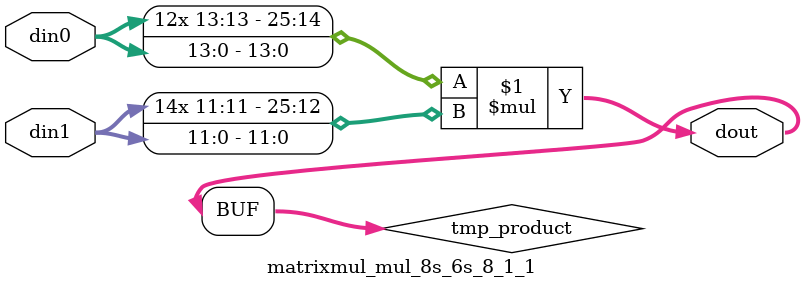
<source format=v>

`timescale 1 ns / 1 ps

  module matrixmul_mul_8s_6s_8_1_1(din0, din1, dout);
parameter ID = 1;
parameter NUM_STAGE = 0;
parameter din0_WIDTH = 14;
parameter din1_WIDTH = 12;
parameter dout_WIDTH = 26;

input [din0_WIDTH - 1 : 0] din0; 
input [din1_WIDTH - 1 : 0] din1; 
output [dout_WIDTH - 1 : 0] dout;

wire signed [dout_WIDTH - 1 : 0] tmp_product;













assign tmp_product = $signed(din0) * $signed(din1);








assign dout = tmp_product;







endmodule

</source>
